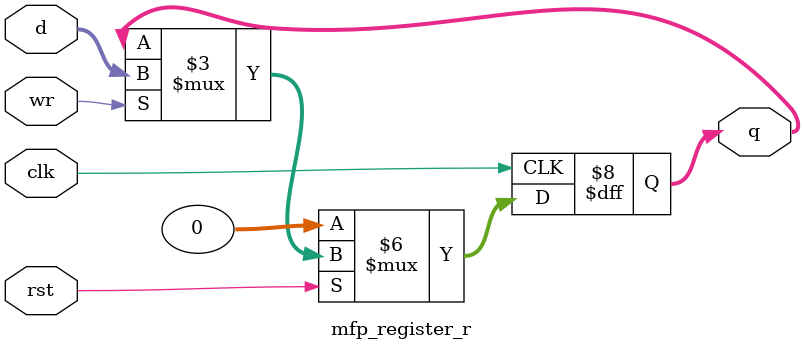
<source format=v>


module mfp_register_r
#(
    parameter WIDTH = 32
)
(
    input                        clk,
    input                        rst,
    input      [ WIDTH - 1 : 0 ] d,
    input                        wr,
    output reg [ WIDTH - 1 : 0 ] q
);
    always @ (posedge clk)
        if(~rst)
            q <= { WIDTH { 1'b0 } };
        else
            if(wr) q <= d;
endmodule
</source>
